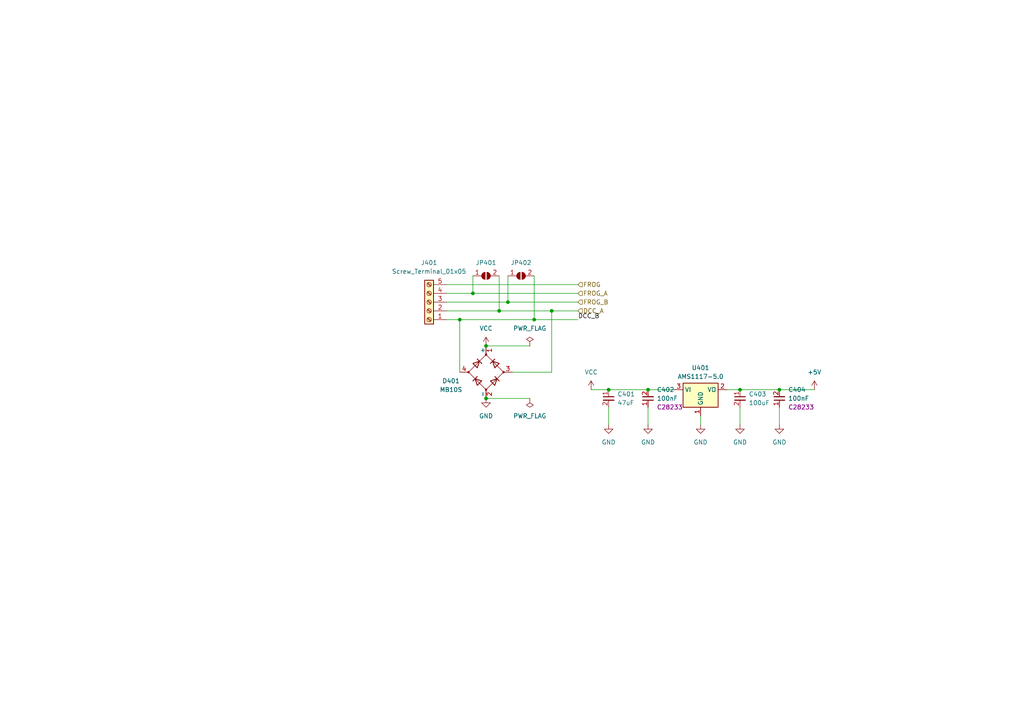
<source format=kicad_sch>
(kicad_sch (version 20230121) (generator eeschema)
  (paper "A4")
  (lib_symbols
    (symbol "Connector:Screw_Terminal_01x05" (pin_names (offset 1.016) hide)
      (property "Reference" "J" (at 0 7.62 0))
      (property "Value" "Screw_Terminal_01x05" (at 0 -7.62 0))
      (symbol "Screw_Terminal_01x05_1_1"
        (rectangle (start -1.27 6.35) (end 1.27 -6.35) (stroke (width 0.254)) (fill (type background)))
        (circle (center 0 -5.08) (radius 0.635) (stroke (width 0.1524)))
        (circle (center 0 -2.54) (radius 0.635) (stroke (width 0.1524)))
        (polyline (pts (xy -0.5334 -4.7498) (xy 0.3302 -5.588)) (stroke (width 0.1524)))
        (polyline (pts (xy -0.5334 -2.2098) (xy 0.3302 -3.048)) (stroke (width 0.1524)))
        (polyline (pts (xy -0.5334 0.3302) (xy 0.3302 -0.508)) (stroke (width 0.1524)))
        (polyline (pts (xy -0.5334 2.8702) (xy 0.3302 2.032)) (stroke (width 0.1524)))
        (polyline (pts (xy -0.5334 5.4102) (xy 0.3302 4.572)) (stroke (width 0.1524)))
        (polyline (pts (xy -0.3556 -4.572) (xy 0.508 -5.4102)) (stroke (width 0.1524)))
        (polyline (pts (xy -0.3556 -2.032) (xy 0.508 -2.8702)) (stroke (width 0.1524)))
        (polyline (pts (xy -0.3556 0.508) (xy 0.508 -0.3302)) (stroke (width 0.1524)))
        (polyline (pts (xy -0.3556 3.048) (xy 0.508 2.2098)) (stroke (width 0.1524)))
        (polyline (pts (xy -0.3556 5.588) (xy 0.508 4.7498)) (stroke (width 0.1524)))
        (circle (center 0 0) (radius 0.635) (stroke (width 0.1524)))
        (circle (center 0 2.54) (radius 0.635) (stroke (width 0.1524)))
        (circle (center 0 5.08) (radius 0.635) (stroke (width 0.1524)))
        (pin passive line (at -5.08 5.08 0) (length 3.81) (name "Pin_1") (number "1"))
        (pin passive line (at -5.08 2.54 0) (length 3.81) (name "Pin_2") (number "2"))
        (pin passive line (at -5.08 0 0) (length 3.81) (name "Pin_3") (number "3"))
        (pin passive line (at -5.08 -2.54 0) (length 3.81) (name "Pin_4") (number "4"))
        (pin passive line (at -5.08 -5.08 0) (length 3.81) (name "Pin_5") (number "5"))
      )
    )
    (symbol "Jumper:SolderJumper_2_Open" (pin_names (offset 0) hide)
      (property "Reference" "JP" (at 0 2.032 0))
      (property "Value" "SolderJumper_2_Open" (at 0 -2.54 0))
      (symbol "SolderJumper_2_Open_0_1"
        (arc (start -0.254 1.016) (mid -1.2656 0) (end -0.254 -1.016))
        (arc (start -0.254 1.016) (mid -1.2656 0) (end -0.254 -1.016) (fill (type outline)))
        (polyline (pts (xy -0.254 1.016) (xy -0.254 -1.016)))
        (polyline (pts (xy 0.254 1.016) (xy 0.254 -1.016)))
        (arc (start 0.254 -1.016) (mid 1.2656 0) (end 0.254 1.016))
        (arc (start 0.254 -1.016) (mid 1.2656 0) (end 0.254 1.016) (fill (type outline)))
      )
      (symbol "SolderJumper_2_Open_1_1"
        (pin passive line (at -3.81 0 0) (length 2.54) (name "A") (number "1"))
        (pin passive line (at 3.81 0 180) (length 2.54) (name "B") (number "2"))
      )
    )
    (symbol "capacitor_miscellaneous:C_0805_100nF"
      (property "Reference" "C" (at 1.27 2.54 0))
      (property "Value" "100nF" (at 3.81 -2.54 0))
      (property "JLCPCB Part#" "C28233" (at 0 0 0))
      (symbol "C_0805_100nF_0_1"
        (polyline (pts (xy -1.524 -0.508) (xy 1.524 -0.508)) (stroke (width 0.3302)))
        (polyline (pts (xy -1.524 0.508) (xy 1.524 0.508)) (stroke (width 0.3048)))
      )
      (symbol "C_0805_100nF_1_1"
        (pin passive line (at 0 2.54 270) (length 2.032) (name "~") (number "1"))
        (pin passive line (at 0 -2.54 90) (length 2.032) (name "~") (number "2"))
      )
    )
    (symbol "capacitor_miscellaneous:C_1206_100uF"
      (property "Reference" "C" (at 1.27 2.54 0))
      (property "Value" "100uF" (at 3.81 -2.54 0))
      (symbol "C_1206_100uF_0_1"
        (polyline (pts (xy -1.524 -0.508) (xy 1.524 -0.508)) (stroke (width 0.3302)))
        (polyline (pts (xy -1.524 0.508) (xy 1.524 0.508)) (stroke (width 0.3048)))
      )
      (symbol "C_1206_100uF_1_1"
        (pin passive line (at 0 2.54 270) (length 2.032) (name "~") (number "1"))
        (pin passive line (at 0 -2.54 90) (length 2.032) (name "~") (number "2"))
      )
    )
    (symbol "capacitor_miscellaneous:C_1206_47uF"
      (property "Reference" "C" (at 1.27 2.54 0))
      (property "Value" "47uF" (at 3.81 -2.54 0))
      (symbol "C_1206_47uF_0_1"
        (polyline (pts (xy -1.524 -0.508) (xy 1.524 -0.508)) (stroke (width 0.3302)))
        (polyline (pts (xy -1.524 0.508) (xy 1.524 0.508)) (stroke (width 0.3048)))
      )
      (symbol "C_1206_47uF_1_1"
        (pin passive line (at 0 2.54 270) (length 2.032) (name "~") (number "1"))
        (pin passive line (at 0 -2.54 90) (length 2.032) (name "~") (number "2"))
      )
    )
    (symbol "custom_kicad_lib_sk:AMS1117-5.0"
      (property "Reference" "U" (at -3.81 3.175 0))
      (property "Value" "AMS1117-5.0" (at 0 3.175 0))
      (symbol "AMS1117-5.0_0_1"
        (rectangle (start -5.08 1.905) (end 5.08 -5.08) (stroke (width 0.254)) (fill (type background)))
      )
      (symbol "AMS1117-5.0_1_1"
        (pin power_in line (at 0 -7.62 90) (length 2.54) (name "GND") (number "1"))
        (pin power_out line (at 7.62 0 180) (length 2.54) (name "VO") (number "2"))
        (pin power_in line (at -7.62 0 0) (length 2.54) (name "VI") (number "3"))
      )
    )
    (symbol "custom_kicad_lib_sk:MB10S" (pin_names (offset 0))
      (property "Reference" "D" (at 2.54 6.985 0))
      (property "Value" "MB10S" (at 2.54 5.08 0))
      (symbol "MB10S_0_1"
        (circle (center -5.08 0) (radius 0.254) (fill (type outline)))
        (circle (center 0 -5.08) (radius 0.254) (fill (type outline)))
        (polyline (pts (xy -2.54 3.81) (xy -1.27 2.54)) (stroke (width 0.254)))
        (polyline (pts (xy -1.27 -2.54) (xy -2.54 -3.81)) (stroke (width 0.254)))
        (polyline (pts (xy 2.54 -1.27) (xy 3.81 -2.54)) (stroke (width 0.254)))
        (polyline (pts (xy 2.54 1.27) (xy 3.81 2.54)) (stroke (width 0.254)))
        (polyline (pts (xy -3.81 2.54) (xy -2.54 1.27) (xy -1.905 3.175) (xy -3.81 2.54)) (stroke (width 0.254)))
        (polyline (pts (xy -2.54 -1.27) (xy -3.81 -2.54) (xy -1.905 -3.175) (xy -2.54 -1.27)) (stroke (width 0.254)))
        (polyline (pts (xy 1.27 2.54) (xy 2.54 3.81) (xy 3.175 1.905) (xy 1.27 2.54)) (stroke (width 0.254)))
        (polyline (pts (xy 3.175 -1.905) (xy 1.27 -2.54) (xy 2.54 -3.81) (xy 3.175 -1.905)) (stroke (width 0.254)))
        (polyline (pts (xy -5.08 0) (xy 0 -5.08) (xy 5.08 0) (xy 0 5.08) (xy -5.08 0)))
        (circle (center 0 5.08) (radius 0.254) (fill (type outline)))
        (circle (center 5.08 0) (radius 0.254) (fill (type outline)))
      )
      (symbol "MB10S_1_1"
        (pin passive line (at 7.62 0 180) (length 2.54) (name "+") (number "1"))
        (pin passive line (at -7.62 0 0) (length 2.54) (name "-") (number "2"))
        (pin passive line (at 0 7.62 270) (length 2.54) (name "~") (number "3"))
        (pin passive line (at 0 -7.62 90) (length 2.54) (name "~") (number "4"))
      )
    )
    (symbol "power:+5V" (power) (pin_names (offset 0))
      (property "Value" "+5V" (at 0 3.556 0))
      (symbol "+5V_0_1"
        (polyline (pts (xy -0.762 1.27) (xy 0 2.54)))
        (polyline (pts (xy 0 0) (xy 0 2.54)))
        (polyline (pts (xy 0 2.54) (xy 0.762 1.27)))
      )
      (symbol "+5V_1_1"
        (pin power_in line (at 0 0 90) (length 0) hide (name "+5V") (number "1"))
      )
    )
    (symbol "power:GND" (power) (pin_names (offset 0))
      (property "Value" "GND" (at 0 -3.81 0))
      (symbol "GND_0_1"
        (polyline (pts (xy 0 0) (xy 0 -1.27) (xy 1.27 -1.27) (xy 0 -2.54) (xy -1.27 -1.27) (xy 0 -1.27)))
      )
      (symbol "GND_1_1"
        (pin power_in line (at 0 0 270) (length 0) hide (name "GND") (number "1"))
      )
    )
    (symbol "power:PWR_FLAG" (power) (pin_numbers hide) (pin_names (offset 0) hide)
      (property "Value" "PWR_FLAG" (at 0 3.81 0))
      (symbol "PWR_FLAG_0_0"
        (pin power_out line (at 0 0 90) (length 0) (name "pwr") (number "1"))
      )
      (symbol "PWR_FLAG_0_1"
        (polyline (pts (xy 0 0) (xy 0 1.27) (xy -1.016 1.905) (xy 0 2.54) (xy 1.016 1.905) (xy 0 1.27)))
      )
    )
    (symbol "power:VCC" (power) (pin_names (offset 0))
      (property "Value" "VCC" (at 0 3.81 0))
      (symbol "VCC_0_1"
        (polyline (pts (xy -0.762 1.27) (xy 0 2.54)))
        (polyline (pts (xy 0 0) (xy 0 2.54)))
        (polyline (pts (xy 0 2.54) (xy 0.762 1.27)))
      )
      (symbol "VCC_1_1"
        (pin power_in line (at 0 0 90) (length 0) hide (name "VCC") (number "1"))
      )
    )
  )
  (junction (at 226.06 113.03))
  (junction (at 154.94 92.71))
  (junction (at 144.78 90.17))
  (junction (at 160.02 90.17))
  (junction (at 214.63 113.03))
  (junction (at 147.32 87.63))
  (junction (at 140.97 100.33))
  (junction (at 137.16 85.09))
  (junction (at 176.53 113.03))
  (junction (at 187.96 113.03))
  (junction (at 133.35 92.71))
  (junction (at 140.97 115.57))
  (wire (pts (xy 171.45 113.03) (xy 176.53 113.03)))
  (wire (pts (xy 187.96 113.03) (xy 195.58 113.03)))
  (wire (pts (xy 140.97 115.57) (xy 153.67 115.57)))
  (wire (pts (xy 129.54 90.17) (xy 144.78 90.17)))
  (wire (pts (xy 160.02 90.17) (xy 160.02 107.95)))
  (wire (pts (xy 133.35 92.71) (xy 133.35 107.95)))
  (wire (pts (xy 226.06 113.03) (xy 236.22 113.03)))
  (wire (pts (xy 144.78 90.17) (xy 160.02 90.17)))
  (wire (pts (xy 154.94 92.71) (xy 167.64 92.71)))
  (wire (pts (xy 176.53 113.03) (xy 187.96 113.03)))
  (wire (pts (xy 214.63 113.03) (xy 226.06 113.03)))
  (wire (pts (xy 133.35 92.71) (xy 154.94 92.71)))
  (wire (pts (xy 147.32 87.63) (xy 167.64 87.63)))
  (wire (pts (xy 203.2 120.65) (xy 203.2 123.19)))
  (wire (pts (xy 140.97 100.33) (xy 153.67 100.33)))
  (wire (pts (xy 160.02 107.95) (xy 148.59 107.95)))
  (wire (pts (xy 129.54 87.63) (xy 147.32 87.63)))
  (wire (pts (xy 226.06 118.11) (xy 226.06 123.19)))
  (wire (pts (xy 210.82 113.03) (xy 214.63 113.03)))
  (wire (pts (xy 144.78 80.01) (xy 144.78 90.17)))
  (wire (pts (xy 154.94 80.01) (xy 154.94 92.71)))
  (wire (pts (xy 129.54 82.55) (xy 167.64 82.55)))
  (wire (pts (xy 129.54 92.71) (xy 133.35 92.71)))
  (wire (pts (xy 147.32 80.01) (xy 147.32 87.63)))
  (wire (pts (xy 137.16 80.01) (xy 137.16 85.09)))
  (wire (pts (xy 187.96 118.11) (xy 187.96 123.19)))
  (wire (pts (xy 129.54 85.09) (xy 137.16 85.09)))
  (wire (pts (xy 214.63 118.11) (xy 214.63 123.19)))
  (wire (pts (xy 160.02 90.17) (xy 167.64 90.17)))
  (wire (pts (xy 176.53 118.11) (xy 176.53 123.19)))
  (wire (pts (xy 137.16 85.09) (xy 167.64 85.09)))
  (label "DCC_B" (at 167.64 92.71 0))
  (hierarchical_label "FROG" (shape input) (at 167.64 82.55 0))
  (hierarchical_label "FROG_B" (shape input) (at 167.64 87.63 0))
  (hierarchical_label "FROG_A" (shape input) (at 167.64 85.09 0))
  (hierarchical_label "DCC_A" (shape input) (at 167.64 90.17 0))
  (symbol (lib_id "power:PWR_FLAG") (at 153.67 100.33 0) (unit 1)
    (property "Reference" "#FLG0401" (effects hide))
    (property "Value" "PWR_FLAG" (at 153.67 95.25 0))
  )
  (symbol (lib_id "capacitor_miscellaneous:C_1206_100uF") (at 214.63 115.57 0) (unit 1)
    (property "Reference" "C403" (at 217.17 114.3063 0) (effects (justify left)))
    (property "Value" "100uF" (at 217.17 116.8463 0) (effects (justify left)))
    (property "Footprint" "Capacitor_SMD:C_1206_3216Metric" (effects hide))
    (property "JLCPCB Part#" "C15008" (effects hide))
  )
  (symbol (lib_id "power:VCC") (at 171.45 113.03 0) (unit 1)
    (property "Reference" "#PWR0403" (effects hide))
    (property "Value" "VCC" (at 171.45 107.95 0))
  )
  (symbol (lib_id "power:GND") (at 214.63 123.19 0) (unit 1)
    (property "Reference" "#PWR0407" (effects hide))
    (property "Value" "GND" (at 214.63 128.27 0))
  )
  (symbol (lib_id "Jumper:SolderJumper_2_Open") (at 140.97 80.01 0) (unit 1)
    (property "Reference" "JP401" (at 140.97 76.2 0))
    (property "Value" "SolderJumper_2_Open" (effects hide))
    (property "Footprint" "Jumper:SolderJumper-2_P1.3mm_Open_RoundedPad1.0x1.5mm" (effects hide))
  )
  (symbol (lib_id "Jumper:SolderJumper_2_Open") (at 151.13 80.01 0) (unit 1)
    (property "Reference" "JP402" (at 151.13 76.2 0))
    (property "Value" "SolderJumper_2_Open" (effects hide))
    (property "Footprint" "Jumper:SolderJumper-2_P1.3mm_Open_RoundedPad1.0x1.5mm" (effects hide))
  )
  (symbol (lib_id "Connector:Screw_Terminal_01x05") (at 124.46 87.63 180) (unit 1)
    (property "Reference" "J401" (at 124.46 76.2 0))
    (property "Value" "Screw_Terminal_01x05" (at 124.46 78.74 0))
    (property "Footprint" "TerminalBlock_Phoenix:TerminalBlock_Phoenix_MKDS-1,5-5-5.08_1x05_P5.08mm_Horizontal" (effects hide))
  )
  (symbol (lib_id "power:GND") (at 176.53 123.19 0) (unit 1)
    (property "Reference" "#PWR0406" (effects hide))
    (property "Value" "GND" (at 176.53 128.27 0))
  )
  (symbol (lib_id "power:GND") (at 187.96 123.19 0) (unit 1)
    (property "Reference" "#PWR0405" (effects hide))
    (property "Value" "GND" (at 187.96 128.27 0))
  )
  (symbol (lib_id "capacitor_miscellaneous:C_1206_47uF") (at 176.53 115.57 0) (unit 1)
    (property "Reference" "C401" (at 179.07 114.3063 0) (effects (justify left)))
    (property "Value" "47uF" (at 179.07 116.8463 0) (effects (justify left)))
    (property "Footprint" "Capacitor_SMD:C_1206_3216Metric" (effects hide))
    (property "JLCPCB Part#" "C96123" (effects hide))
  )
  (symbol (lib_id "power:VCC") (at 140.97 100.33 0) (unit 1)
    (property "Reference" "#PWR0401" (effects hide))
    (property "Value" "VCC" (at 140.97 95.25 0))
  )
  (symbol (lib_id "power:GND") (at 226.06 123.19 0) (unit 1)
    (property "Reference" "#PWR0408" (effects hide))
    (property "Value" "GND" (at 226.06 128.27 0))
  )
  (symbol (lib_id "custom_kicad_lib_sk:AMS1117-5.0") (at 203.2 113.03 0) (unit 1)
    (property "Reference" "U401" (at 203.2 106.68 0))
    (property "Value" "AMS1117-5.0" (at 203.2 109.22 0))
    (property "Footprint" "Package_TO_SOT_SMD:SOT-223-3_TabPin2" (effects hide))
    (property "Datasheet" "http://www.advanced-monolithic.com/pdf/ds1117.pdf" (effects hide))
    (property "JLCPCB Part#" "C6187" (effects hide))
  )
  (symbol (lib_id "power:+5V") (at 236.22 113.03 0) (unit 1)
    (property "Reference" "#PWR0404" (effects hide))
    (property "Value" "+5V" (at 236.22 107.95 0))
  )
  (symbol (lib_id "power:GND") (at 140.97 115.57 0) (unit 1)
    (property "Reference" "#PWR0402" (effects hide))
    (property "Value" "GND" (at 140.97 120.65 0))
  )
  (symbol (lib_id "power:GND") (at 203.2 123.19 0) (unit 1)
    (property "Reference" "#PWR0409" (effects hide))
    (property "Value" "GND" (at 203.2 128.27 0))
  )
  (symbol (lib_id "power:PWR_FLAG") (at 153.67 115.57 0) (mirror x) (unit 1)
    (property "Reference" "#FLG0402" (effects hide))
    (property "Value" "PWR_FLAG" (at 153.67 120.65 0))
  )
  (symbol (lib_id "capacitor_miscellaneous:C_0805_100nF") (at 187.96 115.57 180) (unit 1)
    (property "Reference" "C402" (at 190.5 113.0236 0) (effects (justify right)))
    (property "Value" "100nF" (at 190.5 115.5636 0) (effects (justify right)))
    (property "Footprint" "Capacitor_SMD:C_0805_2012Metric_Pad1.18x1.45mm_HandSolder" (effects hide))
    (property "JLCPCB Part#" "C28233" (at 190.5 118.1036 0) (effects (justify right)))
  )
  (symbol (lib_id "capacitor_miscellaneous:C_0805_100nF") (at 226.06 115.57 180) (unit 1)
    (property "Reference" "C404" (at 228.6 113.0236 0) (effects (justify right)))
    (property "Value" "100nF" (at 228.6 115.5636 0) (effects (justify right)))
    (property "Footprint" "Capacitor_SMD:C_0805_2012Metric_Pad1.18x1.45mm_HandSolder" (effects hide))
    (property "JLCPCB Part#" "C28233" (at 228.6 118.1036 0) (effects (justify right)))
  )
  (symbol (lib_id "custom_kicad_lib_sk:MB10S") (at 140.97 107.95 270) (mirror x) (unit 1)
    (property "Reference" "D401" (at 130.81 110.49 90))
    (property "Value" "MB10S" (at 130.81 113.03 90))
    (property "Footprint" "Package_TO_SOT_SMD:TO-269AA" (effects hide))
    (property "JLCPCB Part#" "C2488" (effects hide))
  )
)
</source>
